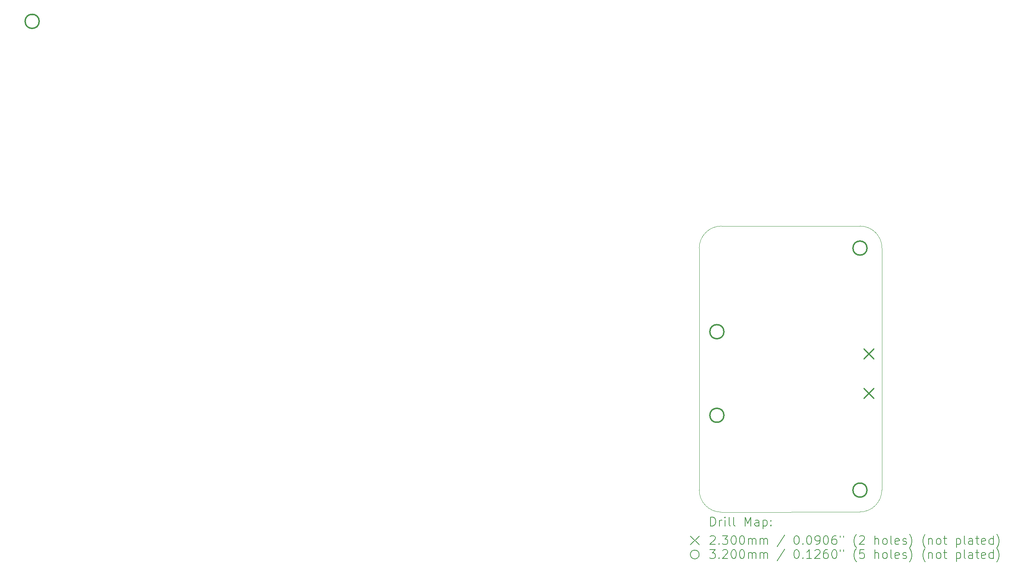
<source format=gbr>
%TF.GenerationSoftware,KiCad,Pcbnew,9.0.1*%
%TF.CreationDate,2025-05-24T18:06:30+02:00*%
%TF.ProjectId,main,6d61696e-2e6b-4696-9361-645f70636258,1.0*%
%TF.SameCoordinates,Original*%
%TF.FileFunction,Drillmap*%
%TF.FilePolarity,Positive*%
%FSLAX45Y45*%
G04 Gerber Fmt 4.5, Leading zero omitted, Abs format (unit mm)*
G04 Created by KiCad (PCBNEW 9.0.1) date 2025-05-24 18:06:30*
%MOMM*%
%LPD*%
G01*
G04 APERTURE LIST*
%ADD10C,0.050000*%
%ADD11C,0.200000*%
%ADD12C,0.230000*%
%ADD13C,0.320000*%
G04 APERTURE END LIST*
D10*
X19150000Y-5000000D02*
G75*
G02*
X19650000Y-5500000I0J-500000D01*
G01*
X15500000Y-5500000D02*
X15500000Y-11000000D01*
X19650000Y-5500000D02*
X19646469Y-10996447D01*
X16000000Y-11500000D02*
X19146447Y-11496027D01*
X16000000Y-11500000D02*
G75*
G02*
X15500000Y-11000000I0J500000D01*
G01*
X16000000Y-5000000D02*
X19150000Y-5000000D01*
X15500000Y-5500000D02*
G75*
G02*
X16000000Y-5000000I500000J0D01*
G01*
X19646447Y-10996447D02*
G75*
G02*
X19146447Y-11496447I-499997J-3D01*
G01*
D11*
D12*
X19235000Y-7785000D02*
X19465000Y-8015000D01*
X19465000Y-7785000D02*
X19235000Y-8015000D01*
X19235000Y-8685000D02*
X19465000Y-8915000D01*
X19465000Y-8685000D02*
X19235000Y-8915000D01*
D13*
X507500Y-347500D02*
G75*
G02*
X187500Y-347500I-160000J0D01*
G01*
X187500Y-347500D02*
G75*
G02*
X507500Y-347500I160000J0D01*
G01*
X16060000Y-7400000D02*
G75*
G02*
X15740000Y-7400000I-160000J0D01*
G01*
X15740000Y-7400000D02*
G75*
G02*
X16060000Y-7400000I160000J0D01*
G01*
X16060000Y-9300000D02*
G75*
G02*
X15740000Y-9300000I-160000J0D01*
G01*
X15740000Y-9300000D02*
G75*
G02*
X16060000Y-9300000I160000J0D01*
G01*
X19310000Y-5500000D02*
G75*
G02*
X18990000Y-5500000I-160000J0D01*
G01*
X18990000Y-5500000D02*
G75*
G02*
X19310000Y-5500000I160000J0D01*
G01*
X19310000Y-11000000D02*
G75*
G02*
X18990000Y-11000000I-160000J0D01*
G01*
X18990000Y-11000000D02*
G75*
G02*
X19310000Y-11000000I160000J0D01*
G01*
D11*
X15758277Y-11813984D02*
X15758277Y-11613984D01*
X15758277Y-11613984D02*
X15805896Y-11613984D01*
X15805896Y-11613984D02*
X15834467Y-11623508D01*
X15834467Y-11623508D02*
X15853515Y-11642555D01*
X15853515Y-11642555D02*
X15863039Y-11661603D01*
X15863039Y-11661603D02*
X15872562Y-11699698D01*
X15872562Y-11699698D02*
X15872562Y-11728269D01*
X15872562Y-11728269D02*
X15863039Y-11766365D01*
X15863039Y-11766365D02*
X15853515Y-11785412D01*
X15853515Y-11785412D02*
X15834467Y-11804460D01*
X15834467Y-11804460D02*
X15805896Y-11813984D01*
X15805896Y-11813984D02*
X15758277Y-11813984D01*
X15958277Y-11813984D02*
X15958277Y-11680650D01*
X15958277Y-11718746D02*
X15967801Y-11699698D01*
X15967801Y-11699698D02*
X15977324Y-11690174D01*
X15977324Y-11690174D02*
X15996372Y-11680650D01*
X15996372Y-11680650D02*
X16015420Y-11680650D01*
X16082086Y-11813984D02*
X16082086Y-11680650D01*
X16082086Y-11613984D02*
X16072562Y-11623508D01*
X16072562Y-11623508D02*
X16082086Y-11633031D01*
X16082086Y-11633031D02*
X16091610Y-11623508D01*
X16091610Y-11623508D02*
X16082086Y-11613984D01*
X16082086Y-11613984D02*
X16082086Y-11633031D01*
X16205896Y-11813984D02*
X16186848Y-11804460D01*
X16186848Y-11804460D02*
X16177324Y-11785412D01*
X16177324Y-11785412D02*
X16177324Y-11613984D01*
X16310658Y-11813984D02*
X16291610Y-11804460D01*
X16291610Y-11804460D02*
X16282086Y-11785412D01*
X16282086Y-11785412D02*
X16282086Y-11613984D01*
X16539229Y-11813984D02*
X16539229Y-11613984D01*
X16539229Y-11613984D02*
X16605896Y-11756841D01*
X16605896Y-11756841D02*
X16672562Y-11613984D01*
X16672562Y-11613984D02*
X16672562Y-11813984D01*
X16853515Y-11813984D02*
X16853515Y-11709222D01*
X16853515Y-11709222D02*
X16843991Y-11690174D01*
X16843991Y-11690174D02*
X16824944Y-11680650D01*
X16824944Y-11680650D02*
X16786848Y-11680650D01*
X16786848Y-11680650D02*
X16767801Y-11690174D01*
X16853515Y-11804460D02*
X16834467Y-11813984D01*
X16834467Y-11813984D02*
X16786848Y-11813984D01*
X16786848Y-11813984D02*
X16767801Y-11804460D01*
X16767801Y-11804460D02*
X16758277Y-11785412D01*
X16758277Y-11785412D02*
X16758277Y-11766365D01*
X16758277Y-11766365D02*
X16767801Y-11747317D01*
X16767801Y-11747317D02*
X16786848Y-11737793D01*
X16786848Y-11737793D02*
X16834467Y-11737793D01*
X16834467Y-11737793D02*
X16853515Y-11728269D01*
X16948753Y-11680650D02*
X16948753Y-11880650D01*
X16948753Y-11690174D02*
X16967801Y-11680650D01*
X16967801Y-11680650D02*
X17005896Y-11680650D01*
X17005896Y-11680650D02*
X17024944Y-11690174D01*
X17024944Y-11690174D02*
X17034467Y-11699698D01*
X17034467Y-11699698D02*
X17043991Y-11718746D01*
X17043991Y-11718746D02*
X17043991Y-11775888D01*
X17043991Y-11775888D02*
X17034467Y-11794936D01*
X17034467Y-11794936D02*
X17024944Y-11804460D01*
X17024944Y-11804460D02*
X17005896Y-11813984D01*
X17005896Y-11813984D02*
X16967801Y-11813984D01*
X16967801Y-11813984D02*
X16948753Y-11804460D01*
X17129705Y-11794936D02*
X17139229Y-11804460D01*
X17139229Y-11804460D02*
X17129705Y-11813984D01*
X17129705Y-11813984D02*
X17120182Y-11804460D01*
X17120182Y-11804460D02*
X17129705Y-11794936D01*
X17129705Y-11794936D02*
X17129705Y-11813984D01*
X17129705Y-11690174D02*
X17139229Y-11699698D01*
X17139229Y-11699698D02*
X17129705Y-11709222D01*
X17129705Y-11709222D02*
X17120182Y-11699698D01*
X17120182Y-11699698D02*
X17129705Y-11690174D01*
X17129705Y-11690174D02*
X17129705Y-11709222D01*
X15297500Y-12042500D02*
X15497500Y-12242500D01*
X15497500Y-12042500D02*
X15297500Y-12242500D01*
X15748753Y-12053031D02*
X15758277Y-12043508D01*
X15758277Y-12043508D02*
X15777324Y-12033984D01*
X15777324Y-12033984D02*
X15824943Y-12033984D01*
X15824943Y-12033984D02*
X15843991Y-12043508D01*
X15843991Y-12043508D02*
X15853515Y-12053031D01*
X15853515Y-12053031D02*
X15863039Y-12072079D01*
X15863039Y-12072079D02*
X15863039Y-12091127D01*
X15863039Y-12091127D02*
X15853515Y-12119698D01*
X15853515Y-12119698D02*
X15739229Y-12233984D01*
X15739229Y-12233984D02*
X15863039Y-12233984D01*
X15948753Y-12214936D02*
X15958277Y-12224460D01*
X15958277Y-12224460D02*
X15948753Y-12233984D01*
X15948753Y-12233984D02*
X15939229Y-12224460D01*
X15939229Y-12224460D02*
X15948753Y-12214936D01*
X15948753Y-12214936D02*
X15948753Y-12233984D01*
X16024943Y-12033984D02*
X16148753Y-12033984D01*
X16148753Y-12033984D02*
X16082086Y-12110174D01*
X16082086Y-12110174D02*
X16110658Y-12110174D01*
X16110658Y-12110174D02*
X16129705Y-12119698D01*
X16129705Y-12119698D02*
X16139229Y-12129222D01*
X16139229Y-12129222D02*
X16148753Y-12148269D01*
X16148753Y-12148269D02*
X16148753Y-12195888D01*
X16148753Y-12195888D02*
X16139229Y-12214936D01*
X16139229Y-12214936D02*
X16129705Y-12224460D01*
X16129705Y-12224460D02*
X16110658Y-12233984D01*
X16110658Y-12233984D02*
X16053515Y-12233984D01*
X16053515Y-12233984D02*
X16034467Y-12224460D01*
X16034467Y-12224460D02*
X16024943Y-12214936D01*
X16272562Y-12033984D02*
X16291610Y-12033984D01*
X16291610Y-12033984D02*
X16310658Y-12043508D01*
X16310658Y-12043508D02*
X16320182Y-12053031D01*
X16320182Y-12053031D02*
X16329705Y-12072079D01*
X16329705Y-12072079D02*
X16339229Y-12110174D01*
X16339229Y-12110174D02*
X16339229Y-12157793D01*
X16339229Y-12157793D02*
X16329705Y-12195888D01*
X16329705Y-12195888D02*
X16320182Y-12214936D01*
X16320182Y-12214936D02*
X16310658Y-12224460D01*
X16310658Y-12224460D02*
X16291610Y-12233984D01*
X16291610Y-12233984D02*
X16272562Y-12233984D01*
X16272562Y-12233984D02*
X16253515Y-12224460D01*
X16253515Y-12224460D02*
X16243991Y-12214936D01*
X16243991Y-12214936D02*
X16234467Y-12195888D01*
X16234467Y-12195888D02*
X16224943Y-12157793D01*
X16224943Y-12157793D02*
X16224943Y-12110174D01*
X16224943Y-12110174D02*
X16234467Y-12072079D01*
X16234467Y-12072079D02*
X16243991Y-12053031D01*
X16243991Y-12053031D02*
X16253515Y-12043508D01*
X16253515Y-12043508D02*
X16272562Y-12033984D01*
X16463039Y-12033984D02*
X16482086Y-12033984D01*
X16482086Y-12033984D02*
X16501134Y-12043508D01*
X16501134Y-12043508D02*
X16510658Y-12053031D01*
X16510658Y-12053031D02*
X16520182Y-12072079D01*
X16520182Y-12072079D02*
X16529705Y-12110174D01*
X16529705Y-12110174D02*
X16529705Y-12157793D01*
X16529705Y-12157793D02*
X16520182Y-12195888D01*
X16520182Y-12195888D02*
X16510658Y-12214936D01*
X16510658Y-12214936D02*
X16501134Y-12224460D01*
X16501134Y-12224460D02*
X16482086Y-12233984D01*
X16482086Y-12233984D02*
X16463039Y-12233984D01*
X16463039Y-12233984D02*
X16443991Y-12224460D01*
X16443991Y-12224460D02*
X16434467Y-12214936D01*
X16434467Y-12214936D02*
X16424943Y-12195888D01*
X16424943Y-12195888D02*
X16415420Y-12157793D01*
X16415420Y-12157793D02*
X16415420Y-12110174D01*
X16415420Y-12110174D02*
X16424943Y-12072079D01*
X16424943Y-12072079D02*
X16434467Y-12053031D01*
X16434467Y-12053031D02*
X16443991Y-12043508D01*
X16443991Y-12043508D02*
X16463039Y-12033984D01*
X16615420Y-12233984D02*
X16615420Y-12100650D01*
X16615420Y-12119698D02*
X16624943Y-12110174D01*
X16624943Y-12110174D02*
X16643991Y-12100650D01*
X16643991Y-12100650D02*
X16672563Y-12100650D01*
X16672563Y-12100650D02*
X16691610Y-12110174D01*
X16691610Y-12110174D02*
X16701134Y-12129222D01*
X16701134Y-12129222D02*
X16701134Y-12233984D01*
X16701134Y-12129222D02*
X16710658Y-12110174D01*
X16710658Y-12110174D02*
X16729705Y-12100650D01*
X16729705Y-12100650D02*
X16758277Y-12100650D01*
X16758277Y-12100650D02*
X16777325Y-12110174D01*
X16777325Y-12110174D02*
X16786848Y-12129222D01*
X16786848Y-12129222D02*
X16786848Y-12233984D01*
X16882086Y-12233984D02*
X16882086Y-12100650D01*
X16882086Y-12119698D02*
X16891610Y-12110174D01*
X16891610Y-12110174D02*
X16910658Y-12100650D01*
X16910658Y-12100650D02*
X16939229Y-12100650D01*
X16939229Y-12100650D02*
X16958277Y-12110174D01*
X16958277Y-12110174D02*
X16967801Y-12129222D01*
X16967801Y-12129222D02*
X16967801Y-12233984D01*
X16967801Y-12129222D02*
X16977325Y-12110174D01*
X16977325Y-12110174D02*
X16996372Y-12100650D01*
X16996372Y-12100650D02*
X17024944Y-12100650D01*
X17024944Y-12100650D02*
X17043991Y-12110174D01*
X17043991Y-12110174D02*
X17053515Y-12129222D01*
X17053515Y-12129222D02*
X17053515Y-12233984D01*
X17443991Y-12024460D02*
X17272563Y-12281603D01*
X17701134Y-12033984D02*
X17720182Y-12033984D01*
X17720182Y-12033984D02*
X17739229Y-12043508D01*
X17739229Y-12043508D02*
X17748753Y-12053031D01*
X17748753Y-12053031D02*
X17758277Y-12072079D01*
X17758277Y-12072079D02*
X17767801Y-12110174D01*
X17767801Y-12110174D02*
X17767801Y-12157793D01*
X17767801Y-12157793D02*
X17758277Y-12195888D01*
X17758277Y-12195888D02*
X17748753Y-12214936D01*
X17748753Y-12214936D02*
X17739229Y-12224460D01*
X17739229Y-12224460D02*
X17720182Y-12233984D01*
X17720182Y-12233984D02*
X17701134Y-12233984D01*
X17701134Y-12233984D02*
X17682087Y-12224460D01*
X17682087Y-12224460D02*
X17672563Y-12214936D01*
X17672563Y-12214936D02*
X17663039Y-12195888D01*
X17663039Y-12195888D02*
X17653515Y-12157793D01*
X17653515Y-12157793D02*
X17653515Y-12110174D01*
X17653515Y-12110174D02*
X17663039Y-12072079D01*
X17663039Y-12072079D02*
X17672563Y-12053031D01*
X17672563Y-12053031D02*
X17682087Y-12043508D01*
X17682087Y-12043508D02*
X17701134Y-12033984D01*
X17853515Y-12214936D02*
X17863039Y-12224460D01*
X17863039Y-12224460D02*
X17853515Y-12233984D01*
X17853515Y-12233984D02*
X17843991Y-12224460D01*
X17843991Y-12224460D02*
X17853515Y-12214936D01*
X17853515Y-12214936D02*
X17853515Y-12233984D01*
X17986848Y-12033984D02*
X18005896Y-12033984D01*
X18005896Y-12033984D02*
X18024944Y-12043508D01*
X18024944Y-12043508D02*
X18034468Y-12053031D01*
X18034468Y-12053031D02*
X18043991Y-12072079D01*
X18043991Y-12072079D02*
X18053515Y-12110174D01*
X18053515Y-12110174D02*
X18053515Y-12157793D01*
X18053515Y-12157793D02*
X18043991Y-12195888D01*
X18043991Y-12195888D02*
X18034468Y-12214936D01*
X18034468Y-12214936D02*
X18024944Y-12224460D01*
X18024944Y-12224460D02*
X18005896Y-12233984D01*
X18005896Y-12233984D02*
X17986848Y-12233984D01*
X17986848Y-12233984D02*
X17967801Y-12224460D01*
X17967801Y-12224460D02*
X17958277Y-12214936D01*
X17958277Y-12214936D02*
X17948753Y-12195888D01*
X17948753Y-12195888D02*
X17939229Y-12157793D01*
X17939229Y-12157793D02*
X17939229Y-12110174D01*
X17939229Y-12110174D02*
X17948753Y-12072079D01*
X17948753Y-12072079D02*
X17958277Y-12053031D01*
X17958277Y-12053031D02*
X17967801Y-12043508D01*
X17967801Y-12043508D02*
X17986848Y-12033984D01*
X18148753Y-12233984D02*
X18186848Y-12233984D01*
X18186848Y-12233984D02*
X18205896Y-12224460D01*
X18205896Y-12224460D02*
X18215420Y-12214936D01*
X18215420Y-12214936D02*
X18234468Y-12186365D01*
X18234468Y-12186365D02*
X18243991Y-12148269D01*
X18243991Y-12148269D02*
X18243991Y-12072079D01*
X18243991Y-12072079D02*
X18234468Y-12053031D01*
X18234468Y-12053031D02*
X18224944Y-12043508D01*
X18224944Y-12043508D02*
X18205896Y-12033984D01*
X18205896Y-12033984D02*
X18167801Y-12033984D01*
X18167801Y-12033984D02*
X18148753Y-12043508D01*
X18148753Y-12043508D02*
X18139229Y-12053031D01*
X18139229Y-12053031D02*
X18129706Y-12072079D01*
X18129706Y-12072079D02*
X18129706Y-12119698D01*
X18129706Y-12119698D02*
X18139229Y-12138746D01*
X18139229Y-12138746D02*
X18148753Y-12148269D01*
X18148753Y-12148269D02*
X18167801Y-12157793D01*
X18167801Y-12157793D02*
X18205896Y-12157793D01*
X18205896Y-12157793D02*
X18224944Y-12148269D01*
X18224944Y-12148269D02*
X18234468Y-12138746D01*
X18234468Y-12138746D02*
X18243991Y-12119698D01*
X18367801Y-12033984D02*
X18386849Y-12033984D01*
X18386849Y-12033984D02*
X18405896Y-12043508D01*
X18405896Y-12043508D02*
X18415420Y-12053031D01*
X18415420Y-12053031D02*
X18424944Y-12072079D01*
X18424944Y-12072079D02*
X18434468Y-12110174D01*
X18434468Y-12110174D02*
X18434468Y-12157793D01*
X18434468Y-12157793D02*
X18424944Y-12195888D01*
X18424944Y-12195888D02*
X18415420Y-12214936D01*
X18415420Y-12214936D02*
X18405896Y-12224460D01*
X18405896Y-12224460D02*
X18386849Y-12233984D01*
X18386849Y-12233984D02*
X18367801Y-12233984D01*
X18367801Y-12233984D02*
X18348753Y-12224460D01*
X18348753Y-12224460D02*
X18339229Y-12214936D01*
X18339229Y-12214936D02*
X18329706Y-12195888D01*
X18329706Y-12195888D02*
X18320182Y-12157793D01*
X18320182Y-12157793D02*
X18320182Y-12110174D01*
X18320182Y-12110174D02*
X18329706Y-12072079D01*
X18329706Y-12072079D02*
X18339229Y-12053031D01*
X18339229Y-12053031D02*
X18348753Y-12043508D01*
X18348753Y-12043508D02*
X18367801Y-12033984D01*
X18605896Y-12033984D02*
X18567801Y-12033984D01*
X18567801Y-12033984D02*
X18548753Y-12043508D01*
X18548753Y-12043508D02*
X18539229Y-12053031D01*
X18539229Y-12053031D02*
X18520182Y-12081603D01*
X18520182Y-12081603D02*
X18510658Y-12119698D01*
X18510658Y-12119698D02*
X18510658Y-12195888D01*
X18510658Y-12195888D02*
X18520182Y-12214936D01*
X18520182Y-12214936D02*
X18529706Y-12224460D01*
X18529706Y-12224460D02*
X18548753Y-12233984D01*
X18548753Y-12233984D02*
X18586849Y-12233984D01*
X18586849Y-12233984D02*
X18605896Y-12224460D01*
X18605896Y-12224460D02*
X18615420Y-12214936D01*
X18615420Y-12214936D02*
X18624944Y-12195888D01*
X18624944Y-12195888D02*
X18624944Y-12148269D01*
X18624944Y-12148269D02*
X18615420Y-12129222D01*
X18615420Y-12129222D02*
X18605896Y-12119698D01*
X18605896Y-12119698D02*
X18586849Y-12110174D01*
X18586849Y-12110174D02*
X18548753Y-12110174D01*
X18548753Y-12110174D02*
X18529706Y-12119698D01*
X18529706Y-12119698D02*
X18520182Y-12129222D01*
X18520182Y-12129222D02*
X18510658Y-12148269D01*
X18701134Y-12033984D02*
X18701134Y-12072079D01*
X18777325Y-12033984D02*
X18777325Y-12072079D01*
X19072563Y-12310174D02*
X19063039Y-12300650D01*
X19063039Y-12300650D02*
X19043991Y-12272079D01*
X19043991Y-12272079D02*
X19034468Y-12253031D01*
X19034468Y-12253031D02*
X19024944Y-12224460D01*
X19024944Y-12224460D02*
X19015420Y-12176841D01*
X19015420Y-12176841D02*
X19015420Y-12138746D01*
X19015420Y-12138746D02*
X19024944Y-12091127D01*
X19024944Y-12091127D02*
X19034468Y-12062555D01*
X19034468Y-12062555D02*
X19043991Y-12043508D01*
X19043991Y-12043508D02*
X19063039Y-12014936D01*
X19063039Y-12014936D02*
X19072563Y-12005412D01*
X19139230Y-12053031D02*
X19148753Y-12043508D01*
X19148753Y-12043508D02*
X19167801Y-12033984D01*
X19167801Y-12033984D02*
X19215420Y-12033984D01*
X19215420Y-12033984D02*
X19234468Y-12043508D01*
X19234468Y-12043508D02*
X19243991Y-12053031D01*
X19243991Y-12053031D02*
X19253515Y-12072079D01*
X19253515Y-12072079D02*
X19253515Y-12091127D01*
X19253515Y-12091127D02*
X19243991Y-12119698D01*
X19243991Y-12119698D02*
X19129706Y-12233984D01*
X19129706Y-12233984D02*
X19253515Y-12233984D01*
X19491611Y-12233984D02*
X19491611Y-12033984D01*
X19577325Y-12233984D02*
X19577325Y-12129222D01*
X19577325Y-12129222D02*
X19567801Y-12110174D01*
X19567801Y-12110174D02*
X19548753Y-12100650D01*
X19548753Y-12100650D02*
X19520182Y-12100650D01*
X19520182Y-12100650D02*
X19501134Y-12110174D01*
X19501134Y-12110174D02*
X19491611Y-12119698D01*
X19701134Y-12233984D02*
X19682087Y-12224460D01*
X19682087Y-12224460D02*
X19672563Y-12214936D01*
X19672563Y-12214936D02*
X19663039Y-12195888D01*
X19663039Y-12195888D02*
X19663039Y-12138746D01*
X19663039Y-12138746D02*
X19672563Y-12119698D01*
X19672563Y-12119698D02*
X19682087Y-12110174D01*
X19682087Y-12110174D02*
X19701134Y-12100650D01*
X19701134Y-12100650D02*
X19729706Y-12100650D01*
X19729706Y-12100650D02*
X19748753Y-12110174D01*
X19748753Y-12110174D02*
X19758277Y-12119698D01*
X19758277Y-12119698D02*
X19767801Y-12138746D01*
X19767801Y-12138746D02*
X19767801Y-12195888D01*
X19767801Y-12195888D02*
X19758277Y-12214936D01*
X19758277Y-12214936D02*
X19748753Y-12224460D01*
X19748753Y-12224460D02*
X19729706Y-12233984D01*
X19729706Y-12233984D02*
X19701134Y-12233984D01*
X19882087Y-12233984D02*
X19863039Y-12224460D01*
X19863039Y-12224460D02*
X19853515Y-12205412D01*
X19853515Y-12205412D02*
X19853515Y-12033984D01*
X20034468Y-12224460D02*
X20015420Y-12233984D01*
X20015420Y-12233984D02*
X19977325Y-12233984D01*
X19977325Y-12233984D02*
X19958277Y-12224460D01*
X19958277Y-12224460D02*
X19948753Y-12205412D01*
X19948753Y-12205412D02*
X19948753Y-12129222D01*
X19948753Y-12129222D02*
X19958277Y-12110174D01*
X19958277Y-12110174D02*
X19977325Y-12100650D01*
X19977325Y-12100650D02*
X20015420Y-12100650D01*
X20015420Y-12100650D02*
X20034468Y-12110174D01*
X20034468Y-12110174D02*
X20043992Y-12129222D01*
X20043992Y-12129222D02*
X20043992Y-12148269D01*
X20043992Y-12148269D02*
X19948753Y-12167317D01*
X20120182Y-12224460D02*
X20139230Y-12233984D01*
X20139230Y-12233984D02*
X20177325Y-12233984D01*
X20177325Y-12233984D02*
X20196373Y-12224460D01*
X20196373Y-12224460D02*
X20205896Y-12205412D01*
X20205896Y-12205412D02*
X20205896Y-12195888D01*
X20205896Y-12195888D02*
X20196373Y-12176841D01*
X20196373Y-12176841D02*
X20177325Y-12167317D01*
X20177325Y-12167317D02*
X20148753Y-12167317D01*
X20148753Y-12167317D02*
X20129706Y-12157793D01*
X20129706Y-12157793D02*
X20120182Y-12138746D01*
X20120182Y-12138746D02*
X20120182Y-12129222D01*
X20120182Y-12129222D02*
X20129706Y-12110174D01*
X20129706Y-12110174D02*
X20148753Y-12100650D01*
X20148753Y-12100650D02*
X20177325Y-12100650D01*
X20177325Y-12100650D02*
X20196373Y-12110174D01*
X20272563Y-12310174D02*
X20282087Y-12300650D01*
X20282087Y-12300650D02*
X20301134Y-12272079D01*
X20301134Y-12272079D02*
X20310658Y-12253031D01*
X20310658Y-12253031D02*
X20320182Y-12224460D01*
X20320182Y-12224460D02*
X20329706Y-12176841D01*
X20329706Y-12176841D02*
X20329706Y-12138746D01*
X20329706Y-12138746D02*
X20320182Y-12091127D01*
X20320182Y-12091127D02*
X20310658Y-12062555D01*
X20310658Y-12062555D02*
X20301134Y-12043508D01*
X20301134Y-12043508D02*
X20282087Y-12014936D01*
X20282087Y-12014936D02*
X20272563Y-12005412D01*
X20634468Y-12310174D02*
X20624944Y-12300650D01*
X20624944Y-12300650D02*
X20605896Y-12272079D01*
X20605896Y-12272079D02*
X20596373Y-12253031D01*
X20596373Y-12253031D02*
X20586849Y-12224460D01*
X20586849Y-12224460D02*
X20577325Y-12176841D01*
X20577325Y-12176841D02*
X20577325Y-12138746D01*
X20577325Y-12138746D02*
X20586849Y-12091127D01*
X20586849Y-12091127D02*
X20596373Y-12062555D01*
X20596373Y-12062555D02*
X20605896Y-12043508D01*
X20605896Y-12043508D02*
X20624944Y-12014936D01*
X20624944Y-12014936D02*
X20634468Y-12005412D01*
X20710658Y-12100650D02*
X20710658Y-12233984D01*
X20710658Y-12119698D02*
X20720182Y-12110174D01*
X20720182Y-12110174D02*
X20739230Y-12100650D01*
X20739230Y-12100650D02*
X20767801Y-12100650D01*
X20767801Y-12100650D02*
X20786849Y-12110174D01*
X20786849Y-12110174D02*
X20796373Y-12129222D01*
X20796373Y-12129222D02*
X20796373Y-12233984D01*
X20920182Y-12233984D02*
X20901134Y-12224460D01*
X20901134Y-12224460D02*
X20891611Y-12214936D01*
X20891611Y-12214936D02*
X20882087Y-12195888D01*
X20882087Y-12195888D02*
X20882087Y-12138746D01*
X20882087Y-12138746D02*
X20891611Y-12119698D01*
X20891611Y-12119698D02*
X20901134Y-12110174D01*
X20901134Y-12110174D02*
X20920182Y-12100650D01*
X20920182Y-12100650D02*
X20948754Y-12100650D01*
X20948754Y-12100650D02*
X20967801Y-12110174D01*
X20967801Y-12110174D02*
X20977325Y-12119698D01*
X20977325Y-12119698D02*
X20986849Y-12138746D01*
X20986849Y-12138746D02*
X20986849Y-12195888D01*
X20986849Y-12195888D02*
X20977325Y-12214936D01*
X20977325Y-12214936D02*
X20967801Y-12224460D01*
X20967801Y-12224460D02*
X20948754Y-12233984D01*
X20948754Y-12233984D02*
X20920182Y-12233984D01*
X21043992Y-12100650D02*
X21120182Y-12100650D01*
X21072563Y-12033984D02*
X21072563Y-12205412D01*
X21072563Y-12205412D02*
X21082087Y-12224460D01*
X21082087Y-12224460D02*
X21101134Y-12233984D01*
X21101134Y-12233984D02*
X21120182Y-12233984D01*
X21339230Y-12100650D02*
X21339230Y-12300650D01*
X21339230Y-12110174D02*
X21358277Y-12100650D01*
X21358277Y-12100650D02*
X21396373Y-12100650D01*
X21396373Y-12100650D02*
X21415420Y-12110174D01*
X21415420Y-12110174D02*
X21424944Y-12119698D01*
X21424944Y-12119698D02*
X21434468Y-12138746D01*
X21434468Y-12138746D02*
X21434468Y-12195888D01*
X21434468Y-12195888D02*
X21424944Y-12214936D01*
X21424944Y-12214936D02*
X21415420Y-12224460D01*
X21415420Y-12224460D02*
X21396373Y-12233984D01*
X21396373Y-12233984D02*
X21358277Y-12233984D01*
X21358277Y-12233984D02*
X21339230Y-12224460D01*
X21548754Y-12233984D02*
X21529706Y-12224460D01*
X21529706Y-12224460D02*
X21520182Y-12205412D01*
X21520182Y-12205412D02*
X21520182Y-12033984D01*
X21710658Y-12233984D02*
X21710658Y-12129222D01*
X21710658Y-12129222D02*
X21701135Y-12110174D01*
X21701135Y-12110174D02*
X21682087Y-12100650D01*
X21682087Y-12100650D02*
X21643992Y-12100650D01*
X21643992Y-12100650D02*
X21624944Y-12110174D01*
X21710658Y-12224460D02*
X21691611Y-12233984D01*
X21691611Y-12233984D02*
X21643992Y-12233984D01*
X21643992Y-12233984D02*
X21624944Y-12224460D01*
X21624944Y-12224460D02*
X21615420Y-12205412D01*
X21615420Y-12205412D02*
X21615420Y-12186365D01*
X21615420Y-12186365D02*
X21624944Y-12167317D01*
X21624944Y-12167317D02*
X21643992Y-12157793D01*
X21643992Y-12157793D02*
X21691611Y-12157793D01*
X21691611Y-12157793D02*
X21710658Y-12148269D01*
X21777325Y-12100650D02*
X21853515Y-12100650D01*
X21805896Y-12033984D02*
X21805896Y-12205412D01*
X21805896Y-12205412D02*
X21815420Y-12224460D01*
X21815420Y-12224460D02*
X21834468Y-12233984D01*
X21834468Y-12233984D02*
X21853515Y-12233984D01*
X21996373Y-12224460D02*
X21977325Y-12233984D01*
X21977325Y-12233984D02*
X21939230Y-12233984D01*
X21939230Y-12233984D02*
X21920182Y-12224460D01*
X21920182Y-12224460D02*
X21910658Y-12205412D01*
X21910658Y-12205412D02*
X21910658Y-12129222D01*
X21910658Y-12129222D02*
X21920182Y-12110174D01*
X21920182Y-12110174D02*
X21939230Y-12100650D01*
X21939230Y-12100650D02*
X21977325Y-12100650D01*
X21977325Y-12100650D02*
X21996373Y-12110174D01*
X21996373Y-12110174D02*
X22005896Y-12129222D01*
X22005896Y-12129222D02*
X22005896Y-12148269D01*
X22005896Y-12148269D02*
X21910658Y-12167317D01*
X22177325Y-12233984D02*
X22177325Y-12033984D01*
X22177325Y-12224460D02*
X22158277Y-12233984D01*
X22158277Y-12233984D02*
X22120182Y-12233984D01*
X22120182Y-12233984D02*
X22101135Y-12224460D01*
X22101135Y-12224460D02*
X22091611Y-12214936D01*
X22091611Y-12214936D02*
X22082087Y-12195888D01*
X22082087Y-12195888D02*
X22082087Y-12138746D01*
X22082087Y-12138746D02*
X22091611Y-12119698D01*
X22091611Y-12119698D02*
X22101135Y-12110174D01*
X22101135Y-12110174D02*
X22120182Y-12100650D01*
X22120182Y-12100650D02*
X22158277Y-12100650D01*
X22158277Y-12100650D02*
X22177325Y-12110174D01*
X22253516Y-12310174D02*
X22263039Y-12300650D01*
X22263039Y-12300650D02*
X22282087Y-12272079D01*
X22282087Y-12272079D02*
X22291611Y-12253031D01*
X22291611Y-12253031D02*
X22301135Y-12224460D01*
X22301135Y-12224460D02*
X22310658Y-12176841D01*
X22310658Y-12176841D02*
X22310658Y-12138746D01*
X22310658Y-12138746D02*
X22301135Y-12091127D01*
X22301135Y-12091127D02*
X22291611Y-12062555D01*
X22291611Y-12062555D02*
X22282087Y-12043508D01*
X22282087Y-12043508D02*
X22263039Y-12014936D01*
X22263039Y-12014936D02*
X22253516Y-12005412D01*
X15497500Y-12462500D02*
G75*
G02*
X15297500Y-12462500I-100000J0D01*
G01*
X15297500Y-12462500D02*
G75*
G02*
X15497500Y-12462500I100000J0D01*
G01*
X15739229Y-12353984D02*
X15863039Y-12353984D01*
X15863039Y-12353984D02*
X15796372Y-12430174D01*
X15796372Y-12430174D02*
X15824943Y-12430174D01*
X15824943Y-12430174D02*
X15843991Y-12439698D01*
X15843991Y-12439698D02*
X15853515Y-12449222D01*
X15853515Y-12449222D02*
X15863039Y-12468269D01*
X15863039Y-12468269D02*
X15863039Y-12515888D01*
X15863039Y-12515888D02*
X15853515Y-12534936D01*
X15853515Y-12534936D02*
X15843991Y-12544460D01*
X15843991Y-12544460D02*
X15824943Y-12553984D01*
X15824943Y-12553984D02*
X15767801Y-12553984D01*
X15767801Y-12553984D02*
X15748753Y-12544460D01*
X15748753Y-12544460D02*
X15739229Y-12534936D01*
X15948753Y-12534936D02*
X15958277Y-12544460D01*
X15958277Y-12544460D02*
X15948753Y-12553984D01*
X15948753Y-12553984D02*
X15939229Y-12544460D01*
X15939229Y-12544460D02*
X15948753Y-12534936D01*
X15948753Y-12534936D02*
X15948753Y-12553984D01*
X16034467Y-12373031D02*
X16043991Y-12363508D01*
X16043991Y-12363508D02*
X16063039Y-12353984D01*
X16063039Y-12353984D02*
X16110658Y-12353984D01*
X16110658Y-12353984D02*
X16129705Y-12363508D01*
X16129705Y-12363508D02*
X16139229Y-12373031D01*
X16139229Y-12373031D02*
X16148753Y-12392079D01*
X16148753Y-12392079D02*
X16148753Y-12411127D01*
X16148753Y-12411127D02*
X16139229Y-12439698D01*
X16139229Y-12439698D02*
X16024943Y-12553984D01*
X16024943Y-12553984D02*
X16148753Y-12553984D01*
X16272562Y-12353984D02*
X16291610Y-12353984D01*
X16291610Y-12353984D02*
X16310658Y-12363508D01*
X16310658Y-12363508D02*
X16320182Y-12373031D01*
X16320182Y-12373031D02*
X16329705Y-12392079D01*
X16329705Y-12392079D02*
X16339229Y-12430174D01*
X16339229Y-12430174D02*
X16339229Y-12477793D01*
X16339229Y-12477793D02*
X16329705Y-12515888D01*
X16329705Y-12515888D02*
X16320182Y-12534936D01*
X16320182Y-12534936D02*
X16310658Y-12544460D01*
X16310658Y-12544460D02*
X16291610Y-12553984D01*
X16291610Y-12553984D02*
X16272562Y-12553984D01*
X16272562Y-12553984D02*
X16253515Y-12544460D01*
X16253515Y-12544460D02*
X16243991Y-12534936D01*
X16243991Y-12534936D02*
X16234467Y-12515888D01*
X16234467Y-12515888D02*
X16224943Y-12477793D01*
X16224943Y-12477793D02*
X16224943Y-12430174D01*
X16224943Y-12430174D02*
X16234467Y-12392079D01*
X16234467Y-12392079D02*
X16243991Y-12373031D01*
X16243991Y-12373031D02*
X16253515Y-12363508D01*
X16253515Y-12363508D02*
X16272562Y-12353984D01*
X16463039Y-12353984D02*
X16482086Y-12353984D01*
X16482086Y-12353984D02*
X16501134Y-12363508D01*
X16501134Y-12363508D02*
X16510658Y-12373031D01*
X16510658Y-12373031D02*
X16520182Y-12392079D01*
X16520182Y-12392079D02*
X16529705Y-12430174D01*
X16529705Y-12430174D02*
X16529705Y-12477793D01*
X16529705Y-12477793D02*
X16520182Y-12515888D01*
X16520182Y-12515888D02*
X16510658Y-12534936D01*
X16510658Y-12534936D02*
X16501134Y-12544460D01*
X16501134Y-12544460D02*
X16482086Y-12553984D01*
X16482086Y-12553984D02*
X16463039Y-12553984D01*
X16463039Y-12553984D02*
X16443991Y-12544460D01*
X16443991Y-12544460D02*
X16434467Y-12534936D01*
X16434467Y-12534936D02*
X16424943Y-12515888D01*
X16424943Y-12515888D02*
X16415420Y-12477793D01*
X16415420Y-12477793D02*
X16415420Y-12430174D01*
X16415420Y-12430174D02*
X16424943Y-12392079D01*
X16424943Y-12392079D02*
X16434467Y-12373031D01*
X16434467Y-12373031D02*
X16443991Y-12363508D01*
X16443991Y-12363508D02*
X16463039Y-12353984D01*
X16615420Y-12553984D02*
X16615420Y-12420650D01*
X16615420Y-12439698D02*
X16624943Y-12430174D01*
X16624943Y-12430174D02*
X16643991Y-12420650D01*
X16643991Y-12420650D02*
X16672563Y-12420650D01*
X16672563Y-12420650D02*
X16691610Y-12430174D01*
X16691610Y-12430174D02*
X16701134Y-12449222D01*
X16701134Y-12449222D02*
X16701134Y-12553984D01*
X16701134Y-12449222D02*
X16710658Y-12430174D01*
X16710658Y-12430174D02*
X16729705Y-12420650D01*
X16729705Y-12420650D02*
X16758277Y-12420650D01*
X16758277Y-12420650D02*
X16777325Y-12430174D01*
X16777325Y-12430174D02*
X16786848Y-12449222D01*
X16786848Y-12449222D02*
X16786848Y-12553984D01*
X16882086Y-12553984D02*
X16882086Y-12420650D01*
X16882086Y-12439698D02*
X16891610Y-12430174D01*
X16891610Y-12430174D02*
X16910658Y-12420650D01*
X16910658Y-12420650D02*
X16939229Y-12420650D01*
X16939229Y-12420650D02*
X16958277Y-12430174D01*
X16958277Y-12430174D02*
X16967801Y-12449222D01*
X16967801Y-12449222D02*
X16967801Y-12553984D01*
X16967801Y-12449222D02*
X16977325Y-12430174D01*
X16977325Y-12430174D02*
X16996372Y-12420650D01*
X16996372Y-12420650D02*
X17024944Y-12420650D01*
X17024944Y-12420650D02*
X17043991Y-12430174D01*
X17043991Y-12430174D02*
X17053515Y-12449222D01*
X17053515Y-12449222D02*
X17053515Y-12553984D01*
X17443991Y-12344460D02*
X17272563Y-12601603D01*
X17701134Y-12353984D02*
X17720182Y-12353984D01*
X17720182Y-12353984D02*
X17739229Y-12363508D01*
X17739229Y-12363508D02*
X17748753Y-12373031D01*
X17748753Y-12373031D02*
X17758277Y-12392079D01*
X17758277Y-12392079D02*
X17767801Y-12430174D01*
X17767801Y-12430174D02*
X17767801Y-12477793D01*
X17767801Y-12477793D02*
X17758277Y-12515888D01*
X17758277Y-12515888D02*
X17748753Y-12534936D01*
X17748753Y-12534936D02*
X17739229Y-12544460D01*
X17739229Y-12544460D02*
X17720182Y-12553984D01*
X17720182Y-12553984D02*
X17701134Y-12553984D01*
X17701134Y-12553984D02*
X17682087Y-12544460D01*
X17682087Y-12544460D02*
X17672563Y-12534936D01*
X17672563Y-12534936D02*
X17663039Y-12515888D01*
X17663039Y-12515888D02*
X17653515Y-12477793D01*
X17653515Y-12477793D02*
X17653515Y-12430174D01*
X17653515Y-12430174D02*
X17663039Y-12392079D01*
X17663039Y-12392079D02*
X17672563Y-12373031D01*
X17672563Y-12373031D02*
X17682087Y-12363508D01*
X17682087Y-12363508D02*
X17701134Y-12353984D01*
X17853515Y-12534936D02*
X17863039Y-12544460D01*
X17863039Y-12544460D02*
X17853515Y-12553984D01*
X17853515Y-12553984D02*
X17843991Y-12544460D01*
X17843991Y-12544460D02*
X17853515Y-12534936D01*
X17853515Y-12534936D02*
X17853515Y-12553984D01*
X18053515Y-12553984D02*
X17939229Y-12553984D01*
X17996372Y-12553984D02*
X17996372Y-12353984D01*
X17996372Y-12353984D02*
X17977325Y-12382555D01*
X17977325Y-12382555D02*
X17958277Y-12401603D01*
X17958277Y-12401603D02*
X17939229Y-12411127D01*
X18129706Y-12373031D02*
X18139229Y-12363508D01*
X18139229Y-12363508D02*
X18158277Y-12353984D01*
X18158277Y-12353984D02*
X18205896Y-12353984D01*
X18205896Y-12353984D02*
X18224944Y-12363508D01*
X18224944Y-12363508D02*
X18234468Y-12373031D01*
X18234468Y-12373031D02*
X18243991Y-12392079D01*
X18243991Y-12392079D02*
X18243991Y-12411127D01*
X18243991Y-12411127D02*
X18234468Y-12439698D01*
X18234468Y-12439698D02*
X18120182Y-12553984D01*
X18120182Y-12553984D02*
X18243991Y-12553984D01*
X18415420Y-12353984D02*
X18377325Y-12353984D01*
X18377325Y-12353984D02*
X18358277Y-12363508D01*
X18358277Y-12363508D02*
X18348753Y-12373031D01*
X18348753Y-12373031D02*
X18329706Y-12401603D01*
X18329706Y-12401603D02*
X18320182Y-12439698D01*
X18320182Y-12439698D02*
X18320182Y-12515888D01*
X18320182Y-12515888D02*
X18329706Y-12534936D01*
X18329706Y-12534936D02*
X18339229Y-12544460D01*
X18339229Y-12544460D02*
X18358277Y-12553984D01*
X18358277Y-12553984D02*
X18396372Y-12553984D01*
X18396372Y-12553984D02*
X18415420Y-12544460D01*
X18415420Y-12544460D02*
X18424944Y-12534936D01*
X18424944Y-12534936D02*
X18434468Y-12515888D01*
X18434468Y-12515888D02*
X18434468Y-12468269D01*
X18434468Y-12468269D02*
X18424944Y-12449222D01*
X18424944Y-12449222D02*
X18415420Y-12439698D01*
X18415420Y-12439698D02*
X18396372Y-12430174D01*
X18396372Y-12430174D02*
X18358277Y-12430174D01*
X18358277Y-12430174D02*
X18339229Y-12439698D01*
X18339229Y-12439698D02*
X18329706Y-12449222D01*
X18329706Y-12449222D02*
X18320182Y-12468269D01*
X18558277Y-12353984D02*
X18577325Y-12353984D01*
X18577325Y-12353984D02*
X18596372Y-12363508D01*
X18596372Y-12363508D02*
X18605896Y-12373031D01*
X18605896Y-12373031D02*
X18615420Y-12392079D01*
X18615420Y-12392079D02*
X18624944Y-12430174D01*
X18624944Y-12430174D02*
X18624944Y-12477793D01*
X18624944Y-12477793D02*
X18615420Y-12515888D01*
X18615420Y-12515888D02*
X18605896Y-12534936D01*
X18605896Y-12534936D02*
X18596372Y-12544460D01*
X18596372Y-12544460D02*
X18577325Y-12553984D01*
X18577325Y-12553984D02*
X18558277Y-12553984D01*
X18558277Y-12553984D02*
X18539229Y-12544460D01*
X18539229Y-12544460D02*
X18529706Y-12534936D01*
X18529706Y-12534936D02*
X18520182Y-12515888D01*
X18520182Y-12515888D02*
X18510658Y-12477793D01*
X18510658Y-12477793D02*
X18510658Y-12430174D01*
X18510658Y-12430174D02*
X18520182Y-12392079D01*
X18520182Y-12392079D02*
X18529706Y-12373031D01*
X18529706Y-12373031D02*
X18539229Y-12363508D01*
X18539229Y-12363508D02*
X18558277Y-12353984D01*
X18701134Y-12353984D02*
X18701134Y-12392079D01*
X18777325Y-12353984D02*
X18777325Y-12392079D01*
X19072563Y-12630174D02*
X19063039Y-12620650D01*
X19063039Y-12620650D02*
X19043991Y-12592079D01*
X19043991Y-12592079D02*
X19034468Y-12573031D01*
X19034468Y-12573031D02*
X19024944Y-12544460D01*
X19024944Y-12544460D02*
X19015420Y-12496841D01*
X19015420Y-12496841D02*
X19015420Y-12458746D01*
X19015420Y-12458746D02*
X19024944Y-12411127D01*
X19024944Y-12411127D02*
X19034468Y-12382555D01*
X19034468Y-12382555D02*
X19043991Y-12363508D01*
X19043991Y-12363508D02*
X19063039Y-12334936D01*
X19063039Y-12334936D02*
X19072563Y-12325412D01*
X19243991Y-12353984D02*
X19148753Y-12353984D01*
X19148753Y-12353984D02*
X19139230Y-12449222D01*
X19139230Y-12449222D02*
X19148753Y-12439698D01*
X19148753Y-12439698D02*
X19167801Y-12430174D01*
X19167801Y-12430174D02*
X19215420Y-12430174D01*
X19215420Y-12430174D02*
X19234468Y-12439698D01*
X19234468Y-12439698D02*
X19243991Y-12449222D01*
X19243991Y-12449222D02*
X19253515Y-12468269D01*
X19253515Y-12468269D02*
X19253515Y-12515888D01*
X19253515Y-12515888D02*
X19243991Y-12534936D01*
X19243991Y-12534936D02*
X19234468Y-12544460D01*
X19234468Y-12544460D02*
X19215420Y-12553984D01*
X19215420Y-12553984D02*
X19167801Y-12553984D01*
X19167801Y-12553984D02*
X19148753Y-12544460D01*
X19148753Y-12544460D02*
X19139230Y-12534936D01*
X19491611Y-12553984D02*
X19491611Y-12353984D01*
X19577325Y-12553984D02*
X19577325Y-12449222D01*
X19577325Y-12449222D02*
X19567801Y-12430174D01*
X19567801Y-12430174D02*
X19548753Y-12420650D01*
X19548753Y-12420650D02*
X19520182Y-12420650D01*
X19520182Y-12420650D02*
X19501134Y-12430174D01*
X19501134Y-12430174D02*
X19491611Y-12439698D01*
X19701134Y-12553984D02*
X19682087Y-12544460D01*
X19682087Y-12544460D02*
X19672563Y-12534936D01*
X19672563Y-12534936D02*
X19663039Y-12515888D01*
X19663039Y-12515888D02*
X19663039Y-12458746D01*
X19663039Y-12458746D02*
X19672563Y-12439698D01*
X19672563Y-12439698D02*
X19682087Y-12430174D01*
X19682087Y-12430174D02*
X19701134Y-12420650D01*
X19701134Y-12420650D02*
X19729706Y-12420650D01*
X19729706Y-12420650D02*
X19748753Y-12430174D01*
X19748753Y-12430174D02*
X19758277Y-12439698D01*
X19758277Y-12439698D02*
X19767801Y-12458746D01*
X19767801Y-12458746D02*
X19767801Y-12515888D01*
X19767801Y-12515888D02*
X19758277Y-12534936D01*
X19758277Y-12534936D02*
X19748753Y-12544460D01*
X19748753Y-12544460D02*
X19729706Y-12553984D01*
X19729706Y-12553984D02*
X19701134Y-12553984D01*
X19882087Y-12553984D02*
X19863039Y-12544460D01*
X19863039Y-12544460D02*
X19853515Y-12525412D01*
X19853515Y-12525412D02*
X19853515Y-12353984D01*
X20034468Y-12544460D02*
X20015420Y-12553984D01*
X20015420Y-12553984D02*
X19977325Y-12553984D01*
X19977325Y-12553984D02*
X19958277Y-12544460D01*
X19958277Y-12544460D02*
X19948753Y-12525412D01*
X19948753Y-12525412D02*
X19948753Y-12449222D01*
X19948753Y-12449222D02*
X19958277Y-12430174D01*
X19958277Y-12430174D02*
X19977325Y-12420650D01*
X19977325Y-12420650D02*
X20015420Y-12420650D01*
X20015420Y-12420650D02*
X20034468Y-12430174D01*
X20034468Y-12430174D02*
X20043992Y-12449222D01*
X20043992Y-12449222D02*
X20043992Y-12468269D01*
X20043992Y-12468269D02*
X19948753Y-12487317D01*
X20120182Y-12544460D02*
X20139230Y-12553984D01*
X20139230Y-12553984D02*
X20177325Y-12553984D01*
X20177325Y-12553984D02*
X20196373Y-12544460D01*
X20196373Y-12544460D02*
X20205896Y-12525412D01*
X20205896Y-12525412D02*
X20205896Y-12515888D01*
X20205896Y-12515888D02*
X20196373Y-12496841D01*
X20196373Y-12496841D02*
X20177325Y-12487317D01*
X20177325Y-12487317D02*
X20148753Y-12487317D01*
X20148753Y-12487317D02*
X20129706Y-12477793D01*
X20129706Y-12477793D02*
X20120182Y-12458746D01*
X20120182Y-12458746D02*
X20120182Y-12449222D01*
X20120182Y-12449222D02*
X20129706Y-12430174D01*
X20129706Y-12430174D02*
X20148753Y-12420650D01*
X20148753Y-12420650D02*
X20177325Y-12420650D01*
X20177325Y-12420650D02*
X20196373Y-12430174D01*
X20272563Y-12630174D02*
X20282087Y-12620650D01*
X20282087Y-12620650D02*
X20301134Y-12592079D01*
X20301134Y-12592079D02*
X20310658Y-12573031D01*
X20310658Y-12573031D02*
X20320182Y-12544460D01*
X20320182Y-12544460D02*
X20329706Y-12496841D01*
X20329706Y-12496841D02*
X20329706Y-12458746D01*
X20329706Y-12458746D02*
X20320182Y-12411127D01*
X20320182Y-12411127D02*
X20310658Y-12382555D01*
X20310658Y-12382555D02*
X20301134Y-12363508D01*
X20301134Y-12363508D02*
X20282087Y-12334936D01*
X20282087Y-12334936D02*
X20272563Y-12325412D01*
X20634468Y-12630174D02*
X20624944Y-12620650D01*
X20624944Y-12620650D02*
X20605896Y-12592079D01*
X20605896Y-12592079D02*
X20596373Y-12573031D01*
X20596373Y-12573031D02*
X20586849Y-12544460D01*
X20586849Y-12544460D02*
X20577325Y-12496841D01*
X20577325Y-12496841D02*
X20577325Y-12458746D01*
X20577325Y-12458746D02*
X20586849Y-12411127D01*
X20586849Y-12411127D02*
X20596373Y-12382555D01*
X20596373Y-12382555D02*
X20605896Y-12363508D01*
X20605896Y-12363508D02*
X20624944Y-12334936D01*
X20624944Y-12334936D02*
X20634468Y-12325412D01*
X20710658Y-12420650D02*
X20710658Y-12553984D01*
X20710658Y-12439698D02*
X20720182Y-12430174D01*
X20720182Y-12430174D02*
X20739230Y-12420650D01*
X20739230Y-12420650D02*
X20767801Y-12420650D01*
X20767801Y-12420650D02*
X20786849Y-12430174D01*
X20786849Y-12430174D02*
X20796373Y-12449222D01*
X20796373Y-12449222D02*
X20796373Y-12553984D01*
X20920182Y-12553984D02*
X20901134Y-12544460D01*
X20901134Y-12544460D02*
X20891611Y-12534936D01*
X20891611Y-12534936D02*
X20882087Y-12515888D01*
X20882087Y-12515888D02*
X20882087Y-12458746D01*
X20882087Y-12458746D02*
X20891611Y-12439698D01*
X20891611Y-12439698D02*
X20901134Y-12430174D01*
X20901134Y-12430174D02*
X20920182Y-12420650D01*
X20920182Y-12420650D02*
X20948754Y-12420650D01*
X20948754Y-12420650D02*
X20967801Y-12430174D01*
X20967801Y-12430174D02*
X20977325Y-12439698D01*
X20977325Y-12439698D02*
X20986849Y-12458746D01*
X20986849Y-12458746D02*
X20986849Y-12515888D01*
X20986849Y-12515888D02*
X20977325Y-12534936D01*
X20977325Y-12534936D02*
X20967801Y-12544460D01*
X20967801Y-12544460D02*
X20948754Y-12553984D01*
X20948754Y-12553984D02*
X20920182Y-12553984D01*
X21043992Y-12420650D02*
X21120182Y-12420650D01*
X21072563Y-12353984D02*
X21072563Y-12525412D01*
X21072563Y-12525412D02*
X21082087Y-12544460D01*
X21082087Y-12544460D02*
X21101134Y-12553984D01*
X21101134Y-12553984D02*
X21120182Y-12553984D01*
X21339230Y-12420650D02*
X21339230Y-12620650D01*
X21339230Y-12430174D02*
X21358277Y-12420650D01*
X21358277Y-12420650D02*
X21396373Y-12420650D01*
X21396373Y-12420650D02*
X21415420Y-12430174D01*
X21415420Y-12430174D02*
X21424944Y-12439698D01*
X21424944Y-12439698D02*
X21434468Y-12458746D01*
X21434468Y-12458746D02*
X21434468Y-12515888D01*
X21434468Y-12515888D02*
X21424944Y-12534936D01*
X21424944Y-12534936D02*
X21415420Y-12544460D01*
X21415420Y-12544460D02*
X21396373Y-12553984D01*
X21396373Y-12553984D02*
X21358277Y-12553984D01*
X21358277Y-12553984D02*
X21339230Y-12544460D01*
X21548754Y-12553984D02*
X21529706Y-12544460D01*
X21529706Y-12544460D02*
X21520182Y-12525412D01*
X21520182Y-12525412D02*
X21520182Y-12353984D01*
X21710658Y-12553984D02*
X21710658Y-12449222D01*
X21710658Y-12449222D02*
X21701135Y-12430174D01*
X21701135Y-12430174D02*
X21682087Y-12420650D01*
X21682087Y-12420650D02*
X21643992Y-12420650D01*
X21643992Y-12420650D02*
X21624944Y-12430174D01*
X21710658Y-12544460D02*
X21691611Y-12553984D01*
X21691611Y-12553984D02*
X21643992Y-12553984D01*
X21643992Y-12553984D02*
X21624944Y-12544460D01*
X21624944Y-12544460D02*
X21615420Y-12525412D01*
X21615420Y-12525412D02*
X21615420Y-12506365D01*
X21615420Y-12506365D02*
X21624944Y-12487317D01*
X21624944Y-12487317D02*
X21643992Y-12477793D01*
X21643992Y-12477793D02*
X21691611Y-12477793D01*
X21691611Y-12477793D02*
X21710658Y-12468269D01*
X21777325Y-12420650D02*
X21853515Y-12420650D01*
X21805896Y-12353984D02*
X21805896Y-12525412D01*
X21805896Y-12525412D02*
X21815420Y-12544460D01*
X21815420Y-12544460D02*
X21834468Y-12553984D01*
X21834468Y-12553984D02*
X21853515Y-12553984D01*
X21996373Y-12544460D02*
X21977325Y-12553984D01*
X21977325Y-12553984D02*
X21939230Y-12553984D01*
X21939230Y-12553984D02*
X21920182Y-12544460D01*
X21920182Y-12544460D02*
X21910658Y-12525412D01*
X21910658Y-12525412D02*
X21910658Y-12449222D01*
X21910658Y-12449222D02*
X21920182Y-12430174D01*
X21920182Y-12430174D02*
X21939230Y-12420650D01*
X21939230Y-12420650D02*
X21977325Y-12420650D01*
X21977325Y-12420650D02*
X21996373Y-12430174D01*
X21996373Y-12430174D02*
X22005896Y-12449222D01*
X22005896Y-12449222D02*
X22005896Y-12468269D01*
X22005896Y-12468269D02*
X21910658Y-12487317D01*
X22177325Y-12553984D02*
X22177325Y-12353984D01*
X22177325Y-12544460D02*
X22158277Y-12553984D01*
X22158277Y-12553984D02*
X22120182Y-12553984D01*
X22120182Y-12553984D02*
X22101135Y-12544460D01*
X22101135Y-12544460D02*
X22091611Y-12534936D01*
X22091611Y-12534936D02*
X22082087Y-12515888D01*
X22082087Y-12515888D02*
X22082087Y-12458746D01*
X22082087Y-12458746D02*
X22091611Y-12439698D01*
X22091611Y-12439698D02*
X22101135Y-12430174D01*
X22101135Y-12430174D02*
X22120182Y-12420650D01*
X22120182Y-12420650D02*
X22158277Y-12420650D01*
X22158277Y-12420650D02*
X22177325Y-12430174D01*
X22253516Y-12630174D02*
X22263039Y-12620650D01*
X22263039Y-12620650D02*
X22282087Y-12592079D01*
X22282087Y-12592079D02*
X22291611Y-12573031D01*
X22291611Y-12573031D02*
X22301135Y-12544460D01*
X22301135Y-12544460D02*
X22310658Y-12496841D01*
X22310658Y-12496841D02*
X22310658Y-12458746D01*
X22310658Y-12458746D02*
X22301135Y-12411127D01*
X22301135Y-12411127D02*
X22291611Y-12382555D01*
X22291611Y-12382555D02*
X22282087Y-12363508D01*
X22282087Y-12363508D02*
X22263039Y-12334936D01*
X22263039Y-12334936D02*
X22253516Y-12325412D01*
M02*

</source>
